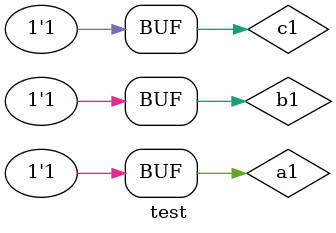
<source format=v>
module halfadde(a,b,s,c);
input a;
input b;
output s,c;
assign s=a^b;
assign c=a&b;
endmodule

module fulladde(a1,b1,c1,s2,d);
input a1,b1,c1;
output s2,d;
wire s1,co1,co2;
halfadde h1(a1,b1,s1,co1);
halfadde h2(s1,c1,s2,co2);
assign d= co1 | co2;
endmodule


module test;
reg a1,b1,c1;
wire s2,d;
fulladde m(a1,b1,c1,s2,d);
initial
begin
$dumpfile("filea.vcd");
$dumpvars(0,test);
$display("a1 \t  b1 \t c1 \t s2 \t d");
$monitor("%b\t %b\t %b\t %b\t %b\t",a1,b1,c1,s2,d);
a1=0;
b1=0;
c1=0;
#10;
a1=0;
b1=0;
c1=1;
#10;
a1=0;
b1=1;
c1=0;
#10;
a1=0;
b1=1;
c1=1;
#10;
a1=1;
b1=0;
c1=0;
#10;
a1=1;
b1=0;
c1=1;
#10;
a1=1;
b1=1;
c1=0;
#10;
a1=1;
b1=1;
c1=1;
#10;
end
endmodule




</source>
